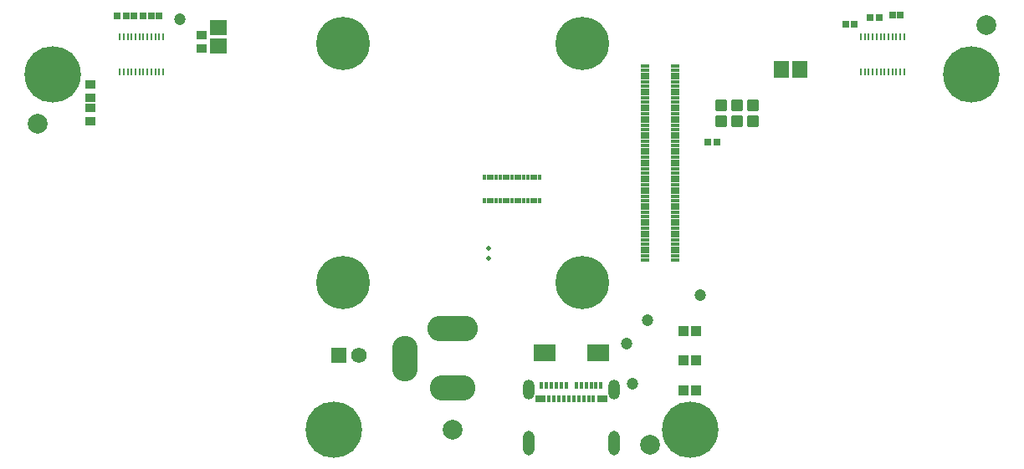
<source format=gbs>
G04*
G04 #@! TF.GenerationSoftware,Altium Limited,Altium Designer,19.1.8 (144)*
G04*
G04 Layer_Color=16711935*
%FSLAX44Y44*%
%MOMM*%
G71*
G01*
G75*
%ADD42R,0.6532X0.7532*%
%ADD50R,1.2032X1.1032*%
%ADD58R,1.1032X0.9032*%
%ADD62R,1.5032X1.7032*%
%ADD65R,0.7232X0.7232*%
%ADD66R,1.7032X1.5032*%
%ADD67R,1.1032X1.2032*%
%ADD68C,2.0000*%
%ADD69C,1.2032*%
%ADD70O,2.6000X4.6000*%
%ADD71O,5.1000X2.6000*%
%ADD72O,4.6000X2.6000*%
%ADD73C,2.0032*%
%ADD74C,5.7032*%
%ADD75R,1.5712X1.5712*%
%ADD76C,1.5712*%
%ADD78O,1.2000X2.0000*%
%ADD79O,1.2000X2.5000*%
%ADD80C,0.5032*%
%ADD81C,0.6080*%
%ADD122R,0.2500X0.7500*%
%ADD123R,1.0032X1.0032*%
%ADD124R,2.2032X1.7032*%
%ADD125R,0.9032X0.3832*%
%ADD126R,0.3200X0.6000*%
%ADD127R,0.4000X0.8000*%
%ADD128R,1.1000X0.8000*%
%ADD129C,5.4000*%
D42*
X337500Y51000D02*
D03*
X346500D02*
D03*
X362500Y57000D02*
D03*
X371500D02*
D03*
X198500Y-69000D02*
D03*
X207500D02*
D03*
X-399500Y59000D02*
D03*
X-390500D02*
D03*
X-382500D02*
D03*
X-373500D02*
D03*
D50*
X244000Y-31500D02*
D03*
Y-47500D02*
D03*
X228000Y-31500D02*
D03*
Y-47500D02*
D03*
X211500Y-31500D02*
D03*
Y-47500D02*
D03*
D58*
X-427000Y-34000D02*
D03*
Y-48000D02*
D03*
Y-10000D02*
D03*
Y-24000D02*
D03*
X-314000Y40000D02*
D03*
Y26000D02*
D03*
D62*
X291500Y5000D02*
D03*
X272500D02*
D03*
D65*
X393000Y60000D02*
D03*
X385000D02*
D03*
X-357000Y59000D02*
D03*
X-365000D02*
D03*
D66*
X-297000Y28500D02*
D03*
Y47500D02*
D03*
D67*
X244000Y-31500D02*
D03*
X228000D02*
D03*
X211500Y-31500D02*
D03*
X227500D02*
D03*
X228000Y-47500D02*
D03*
X244000D02*
D03*
X227500Y-47500D02*
D03*
X211500D02*
D03*
D68*
X-480000Y-50000D02*
D03*
X480000Y50000D02*
D03*
X140000Y-375000D02*
D03*
D69*
X121622Y-313707D02*
D03*
X-336000Y56000D02*
D03*
X190688Y-223387D02*
D03*
X137480Y-249436D02*
D03*
X116000Y-273000D02*
D03*
D70*
X-108250Y-287750D02*
D03*
D71*
X-60000Y-258000D02*
D03*
D72*
X-60000Y-318000D02*
D03*
D73*
X-60000Y-359750D02*
D03*
D74*
X465000Y0D02*
D03*
X-180000Y-360000D02*
D03*
X180000D02*
D03*
X-465000Y0D02*
D03*
D75*
X-175000Y-285000D02*
D03*
D76*
X-155000D02*
D03*
D78*
X103200Y-319600D02*
D03*
X16800D02*
D03*
D79*
X103200Y-373200D02*
D03*
X16800D02*
D03*
D80*
X-23500Y-176500D02*
D03*
Y-186500D02*
D03*
D81*
X50250Y-211000D02*
D03*
X91750D02*
D03*
X71000Y-231750D02*
D03*
Y-190250D02*
D03*
X85672Y16328D02*
D03*
X56328Y45672D02*
D03*
Y16328D02*
D03*
X85672Y45672D02*
D03*
X-156328D02*
D03*
X-185672Y16328D02*
D03*
Y45672D02*
D03*
X-156328Y16328D02*
D03*
X-171000Y-190250D02*
D03*
Y-231750D02*
D03*
X-150250Y-211000D02*
D03*
X-191750D02*
D03*
D122*
X397000Y37750D02*
D03*
X393000D02*
D03*
X389000D02*
D03*
X385000D02*
D03*
X381000D02*
D03*
X377000D02*
D03*
X373000D02*
D03*
X369000D02*
D03*
X365000D02*
D03*
X361000D02*
D03*
X357000D02*
D03*
X353000D02*
D03*
X397000Y2250D02*
D03*
X393000D02*
D03*
X389000D02*
D03*
X385000D02*
D03*
X381000D02*
D03*
X377000D02*
D03*
X373000D02*
D03*
X369000D02*
D03*
X365000D02*
D03*
X361000D02*
D03*
X357000D02*
D03*
X353000D02*
D03*
X-397000D02*
D03*
X-393000D02*
D03*
X-389000D02*
D03*
X-385000D02*
D03*
X-381000D02*
D03*
X-377000D02*
D03*
X-373000D02*
D03*
X-369000D02*
D03*
X-365000D02*
D03*
X-361000D02*
D03*
X-357000D02*
D03*
X-353000D02*
D03*
X-397000Y37750D02*
D03*
X-393000D02*
D03*
X-389000D02*
D03*
X-385000D02*
D03*
X-381000D02*
D03*
X-377000D02*
D03*
X-373000D02*
D03*
X-369000D02*
D03*
X-365000D02*
D03*
X-361000D02*
D03*
X-357000D02*
D03*
X-353000D02*
D03*
D123*
X186250Y-260000D02*
D03*
X173750D02*
D03*
X186250Y-320000D02*
D03*
X173750D02*
D03*
X186250Y-290000D02*
D03*
X173750D02*
D03*
D124*
X33000Y-282000D02*
D03*
X87000D02*
D03*
D125*
X134600Y8000D02*
D03*
Y-4000D02*
D03*
Y-12000D02*
D03*
Y-16000D02*
D03*
Y-20000D02*
D03*
Y-24000D02*
D03*
Y-28000D02*
D03*
Y-32000D02*
D03*
Y-36000D02*
D03*
Y-40000D02*
D03*
Y-44000D02*
D03*
Y-48000D02*
D03*
Y-52000D02*
D03*
Y-56000D02*
D03*
Y-60000D02*
D03*
Y-64000D02*
D03*
Y-68000D02*
D03*
Y-72000D02*
D03*
Y-76000D02*
D03*
Y-80000D02*
D03*
Y-84000D02*
D03*
Y-88000D02*
D03*
Y-92000D02*
D03*
Y-96000D02*
D03*
Y-100000D02*
D03*
Y-104000D02*
D03*
Y-108000D02*
D03*
Y-112000D02*
D03*
Y-116000D02*
D03*
Y-120000D02*
D03*
Y-124000D02*
D03*
Y-128000D02*
D03*
Y-132000D02*
D03*
Y-136000D02*
D03*
Y-140000D02*
D03*
Y-152000D02*
D03*
Y-164000D02*
D03*
Y-168000D02*
D03*
Y-172000D02*
D03*
Y-176000D02*
D03*
Y-180000D02*
D03*
Y-184000D02*
D03*
Y-188000D02*
D03*
X165400Y8000D02*
D03*
Y-4000D02*
D03*
Y-12000D02*
D03*
Y-16000D02*
D03*
Y-20000D02*
D03*
Y-24000D02*
D03*
Y-28000D02*
D03*
Y-32000D02*
D03*
Y-36000D02*
D03*
Y-40000D02*
D03*
Y-44000D02*
D03*
Y-48000D02*
D03*
Y-52000D02*
D03*
Y-56000D02*
D03*
Y-60000D02*
D03*
Y-64000D02*
D03*
Y-68000D02*
D03*
Y-72000D02*
D03*
Y-76000D02*
D03*
Y-80000D02*
D03*
Y-84000D02*
D03*
Y-88000D02*
D03*
Y-92000D02*
D03*
Y-96000D02*
D03*
Y-100000D02*
D03*
Y-104000D02*
D03*
Y-108000D02*
D03*
Y-112000D02*
D03*
Y-116000D02*
D03*
Y-120000D02*
D03*
Y-124000D02*
D03*
Y-128000D02*
D03*
Y-140000D02*
D03*
Y-144000D02*
D03*
Y-148000D02*
D03*
Y-152000D02*
D03*
Y-164000D02*
D03*
Y-168000D02*
D03*
Y-172000D02*
D03*
Y-176000D02*
D03*
Y-188000D02*
D03*
X134600Y-144000D02*
D03*
Y-148000D02*
D03*
X165400Y4000D02*
D03*
Y0D02*
D03*
X134600Y4000D02*
D03*
Y0D02*
D03*
Y-8000D02*
D03*
Y-156000D02*
D03*
Y-160000D02*
D03*
X165400Y-156000D02*
D03*
Y-160000D02*
D03*
Y-180000D02*
D03*
Y-184000D02*
D03*
Y-8000D02*
D03*
Y-132000D02*
D03*
Y-136000D02*
D03*
D126*
X16000Y-104000D02*
D03*
X20000D02*
D03*
X8000D02*
D03*
X12000D02*
D03*
X8000Y-128000D02*
D03*
X12000D02*
D03*
X28000D02*
D03*
X24000D02*
D03*
X20000D02*
D03*
X16000D02*
D03*
X4000D02*
D03*
X0D02*
D03*
X-4000D02*
D03*
X-8000D02*
D03*
X-12000D02*
D03*
X-16000D02*
D03*
X-20000D02*
D03*
X-24000D02*
D03*
X-28000D02*
D03*
Y-104000D02*
D03*
X-24000D02*
D03*
X-20000D02*
D03*
X-16000D02*
D03*
X-12000D02*
D03*
X-8000D02*
D03*
X-4000D02*
D03*
X0D02*
D03*
X4000D02*
D03*
X24000D02*
D03*
X28000D02*
D03*
D127*
X37500Y-328500D02*
D03*
X42500D02*
D03*
X90000Y-315500D02*
D03*
X85000D02*
D03*
X80000D02*
D03*
X75000D02*
D03*
X70000D02*
D03*
X65000D02*
D03*
X55000D02*
D03*
X50000D02*
D03*
X45000D02*
D03*
X40000D02*
D03*
X35000D02*
D03*
X30000D02*
D03*
X47500Y-328500D02*
D03*
X52500D02*
D03*
X57500D02*
D03*
X62500D02*
D03*
X67500D02*
D03*
X72500D02*
D03*
X77500D02*
D03*
X82500D02*
D03*
D128*
X29000D02*
D03*
X91000D02*
D03*
D129*
X71000Y-211000D02*
D03*
Y31000D02*
D03*
X-171000D02*
D03*
Y-211000D02*
D03*
M02*

</source>
